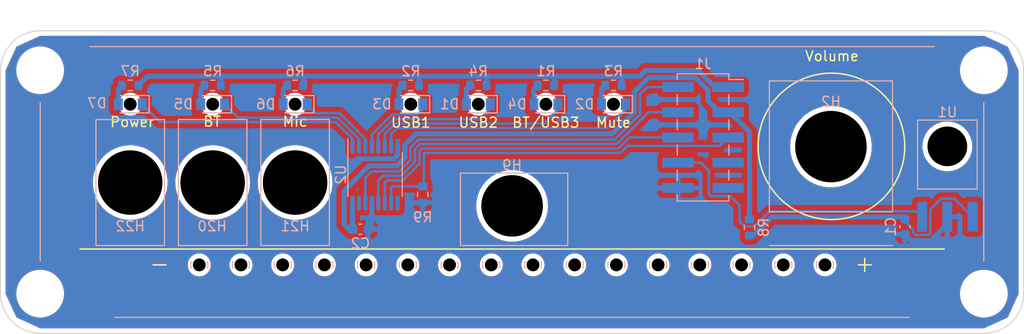
<source format=kicad_pcb>
(kicad_pcb (version 20201116) (generator pcbnew)

  (general
    (thickness 1.6)
  )

  (paper "A4")
  (layers
    (0 "F.Cu" signal)
    (31 "B.Cu" signal)
    (32 "B.Adhes" user "B.Adhesive")
    (33 "F.Adhes" user "F.Adhesive")
    (34 "B.Paste" user)
    (35 "F.Paste" user)
    (36 "B.SilkS" user "B.Silkscreen")
    (37 "F.SilkS" user "F.Silkscreen")
    (38 "B.Mask" user)
    (39 "F.Mask" user)
    (40 "Dwgs.User" user "User.Drawings")
    (41 "Cmts.User" user "User.Comments")
    (42 "Eco1.User" user "User.Eco1")
    (43 "Eco2.User" user "User.Eco2")
    (44 "Edge.Cuts" user)
    (45 "Margin" user)
    (46 "B.CrtYd" user "B.Courtyard")
    (47 "F.CrtYd" user "F.Courtyard")
    (48 "B.Fab" user)
    (49 "F.Fab" user)
    (50 "User.1" user)
    (51 "User.2" user)
    (52 "User.3" user)
    (53 "User.4" user)
    (54 "User.5" user)
    (55 "User.6" user)
    (56 "User.7" user)
    (57 "User.8" user)
    (58 "User.9" user)
  )

  (setup
    (stackup
      (layer "F.SilkS" (type "Top Silk Screen"))
      (layer "F.Paste" (type "Top Solder Paste"))
      (layer "F.Mask" (type "Top Solder Mask") (color "Green") (thickness 0.01))
      (layer "F.Cu" (type "copper") (thickness 0.035))
      (layer "dielectric 1" (type "core") (thickness 1.51) (material "FR4") (epsilon_r 4.5) (loss_tangent 0.02))
      (layer "B.Cu" (type "copper") (thickness 0.035))
      (layer "B.Mask" (type "Bottom Solder Mask") (color "Green") (thickness 0.01))
      (layer "B.Paste" (type "Bottom Solder Paste"))
      (layer "B.SilkS" (type "Bottom Silk Screen"))
      (copper_finish "None")
      (dielectric_constraints no)
    )
    (pcbplotparams
      (layerselection 0x00010fc_ffffffff)
      (disableapertmacros false)
      (usegerberextensions false)
      (usegerberattributes true)
      (usegerberadvancedattributes true)
      (creategerberjobfile true)
      (svguseinch false)
      (svgprecision 6)
      (excludeedgelayer true)
      (plotframeref false)
      (viasonmask false)
      (mode 1)
      (useauxorigin false)
      (hpglpennumber 1)
      (hpglpenspeed 20)
      (hpglpendiameter 15.000000)
      (psnegative false)
      (psa4output false)
      (plotreference true)
      (plotvalue true)
      (plotinvisibletext false)
      (sketchpadsonfab false)
      (subtractmaskfromsilk false)
      (outputformat 1)
      (mirror false)
      (drillshape 1)
      (scaleselection 1)
      (outputdirectory "")
    )
  )


  (net 0 "")
  (net 1 "GND")
  (net 2 "/RCLK")
  (net 3 "/~RST")
  (net 4 "/SCLK")
  (net 5 "+3V3")
  (net 6 "/MOSI")
  (net 7 "+5V")
  (net 8 "Net-(J1-Pad9)")
  (net 9 "Net-(J1-Pad7)")
  (net 10 "Net-(U1-Pad9)")
  (net 11 "Net-(C2-Pad1)")
  (net 12 "Net-(R2-Pad2)")
  (net 13 "Net-(U1-Pad1)")
  (net 14 "Net-(R4-Pad2)")
  (net 15 "Net-(U1-Pad4)")
  (net 16 "Net-(R5-Pad2)")
  (net 17 "Net-(D1-Pad1)")
  (net 18 "Net-(U1-Pad6)")
  (net 19 "Net-(D2-Pad2)")
  (net 20 "Net-(U1-Pad2)")
  (net 21 "Net-(R24-Pad2)")
  (net 22 "Net-(D2-Pad1)")
  (net 23 "/IR")
  (net 24 "Net-(D4-Pad1)")
  (net 25 "Net-(D22-Pad2)")
  (net 26 "Net-(D5-Pad2)")
  (net 27 "Net-(U1-Pad15)")

  (footprint "FrontPanel-Footprints:PanelCutout_LED_0603_1608Metric_SideView_Inolux" (layer "B.Cu") (at 95.2 79.6 180))

  (footprint "Resistor_SMD:R_0603_1608Metric" (layer "B.Cu") (at 91.3 61.5 180))

  (footprint "FrontPanel-Footprints:PanelCutout_LED_0603_1608Metric_SideView_Inolux" (layer "B.Cu") (at 133 79.6 180))

  (footprint "Resistor_SMD:R_0603_1608Metric" (layer "B.Cu") (at 111.7 61.5 180))

  (footprint "FrontPanel-Footprints:PanelCutout_LED_0603_1608Metric_SideView_Inolux" (layer "B.Cu") (at 91 79.6 180))

  (footprint "FrontPanel-Footprints:LED_0805_2012Metric_ReverseMount" (layer "B.Cu") (at 63.05 63.4 180))

  (footprint "FrontPanel-Footprints:PanelCutout_LED_0603_1608Metric_SideView_Inolux" (layer "B.Cu") (at 107.8 79.6 180))

  (footprint "FrontPanel-Footprints:PanelCutout_LED_0603_1608Metric_SideView_Inolux" (layer "B.Cu") (at 112 79.6 180))

  (footprint "Capacitor_SMD:C_0603_1608Metric" (layer "B.Cu") (at 141.05 75.75 -90))

  (footprint "FrontPanel-Footprints:LED_0805_2012Metric_ReverseMount" (layer "B.Cu") (at 98.1 63.4 180))

  (footprint "FrontPanel-Footprints:PanelCutout_LED_0603_1608Metric_SideView_Inolux" (layer "B.Cu") (at 82.6 79.6 180))

  (footprint "FrontPanel-Footprints:PanelCutout_Jack_3.5mm_CUI_SJ-435107" (layer "B.Cu") (at 101.5 73.65 180))

  (footprint "Resistor_SMD:R_0603_1608Metric" (layer "B.Cu") (at 63.05 61.5 180))

  (footprint "Resistor_SMD:R_0603_1608Metric" (layer "B.Cu") (at 125.4 75.825 90))

  (footprint "FrontPanel-Footprints:PanelCutout_RotaryEncoder_TT_EN12-V_Knob16mm" (layer "B.Cu") (at 133.6 67.65 180))

  (footprint "FrontPanel-Footprints:PanelCutout_LED_0603_1608Metric_SideView_Inolux" (layer "B.Cu") (at 86.8 79.6 180))

  (footprint "FrontPanel-Footprints:LED_0805_2012Metric_ReverseMount" (layer "B.Cu") (at 111.7 63.4 180))

  (footprint "FrontPanel-Footprints:LED_0805_2012Metric_ReverseMount" (layer "B.Cu") (at 79.65 63.4 180))

  (footprint "FrontPanel-Footprints:PanelCutout_SW_E-Switch_100SP-M7" (layer "B.Cu") (at 71.35 71.3 180))

  (footprint "FrontPanel-Footprints:PanelCutout_LED_0603_1608Metric_SideView_Inolux" (layer "B.Cu") (at 124.6 79.6 180))

  (footprint "FrontPanel-Footprints:EnclosureEndPlate_1455L1601" (layer "B.Cu") (at 101.49 71.24 180))

  (footprint "Package_SO:TSSOP-16_4.4x5mm_P0.65mm" (layer "B.Cu") (at 87.7 70.5 -90))

  (footprint "FrontPanel-Footprints:PanelCutout_LED_0603_1608Metric_SideView_Inolux" (layer "B.Cu") (at 78.4 79.6 180))

  (footprint "Capacitor_SMD:C_0603_1608Metric" (layer "B.Cu") (at 86.225 76))

  (footprint "FrontPanel-Footprints:PanelCutout_LED_0603_1608Metric_SideView_Inolux" (layer "B.Cu") (at 116.2 79.6 180))

  (footprint "FrontPanel-Footprints:Vishay_Mold_Reverse" (layer "B.Cu") (at 145.32 67.65 180))

  (footprint "FrontPanel-Footprints:PanelCutout_LED_0603_1608Metric_SideView_Inolux" (layer "B.Cu") (at 128.8 79.6 180))

  (footprint "Resistor_SMD:R_0603_1608Metric" (layer "B.Cu") (at 71.35 61.5 180))

  (footprint "FrontPanel-Footprints:PanelCutout_LED_0603_1608Metric_SideView_Inolux" (layer "B.Cu") (at 74.2 79.6 180))

  (footprint "FrontPanel-Footprints:PanelCutout_LED_0603_1608Metric_SideView_Inolux" (layer "B.Cu") (at 70 79.6 180))

  (footprint "Resistor_SMD:R_0603_1608Metric" (layer "B.Cu") (at 104.9 61.5 180))

  (footprint "FrontPanel-Footprints:PanelCutout_LED_0603_1608Metric_SideView_Inolux" (layer "B.Cu") (at 103.6 79.6 180))

  (footprint "FrontPanel-Footprints:PanelCutout_SW_E-Switch_100SP-M7" (layer "B.Cu") (at 63.05 71.3 180))

  (footprint "FrontPanel-Footprints:LED_0805_2012Metric_ReverseMount" (layer "B.Cu") (at 91.3 63.4 180))

  (footprint "Resistor_SMD:R_0603_1608Metric" (layer "B.Cu") (at 98.1 61.5 180))

  (footprint "Connector_PinHeader_2.54mm:PinHeader_2x05_P2.54mm_Vertical_SMD" (layer "B.Cu") (at 120.725 66.75 180))

  (footprint "FrontPanel-Footprints:PanelCutout_LED_0603_1608Metric_SideView_Inolux" (layer "B.Cu") (at 99.4 79.6 180))

  (footprint "FrontPanel-Footprints:PanelCutout_LED_0603_1608Metric_SideView_Inolux" (layer "B.Cu") (at 120.4 79.6 180))

  (footprint "FrontPanel-Footprints:LED_0805_2012Metric_ReverseMount" (layer "B.Cu") (at 71.35 63.4 180))

  (footprint "Resistor_SMD:R_0603_1608Metric" (layer "B.Cu") (at 92.5 72.5 -90))

  (footprint "Resistor_SMD:R_0603_1608Metric" (layer "B.Cu") (at 79.65 61.5 180))

  (footprint "FrontPanel-Footprints:LED_0805_2012Metric_ReverseMount" (layer "B.Cu") (at 104.9 63.4 180))

  (footprint "FrontPanel-Footprints:PanelCutout_SW_E-Switch_100SP-M7" (layer "B.Cu") (at 79.65 71.3 180))

  (gr_line (start 137 78.95) (end 137 80.25) (layer "F.SilkS") (width 0.15) (tstamp 142e30e6-20ba-4dc5-9856-2d93af754b3b))
  (gr_line (start 65.35 79.6) (end 66.65 79.6) (layer "F.SilkS") (width 0.15) (tstamp 84bc94d9-38a4-44b2-a148-7baa93473f92))
  (gr_line (start 136.35 79.6) (end 137.65 79.6) (layer "F.SilkS") (width 0.15) (tstamp b9218e0c-6a04-4e94-9daa-235c314dfa3f))
  (gr_circle (center 133.65 67.65) (end 137.15 74.15) (layer "F.SilkS") (width 0.15) (fill none) (tstamp debfba34-a5d8-428f-9c13-a2ed1e64c6e8))
  (gr_line (start 58 78) (end 145 78) (layer "F.SilkS") (width 0.15) (tstamp fa62345e-5cd2-4c3b-ac45-96ba68d26055))
  (gr_line (start 149 86.5) (end 54 86.5) (layer "Edge.Cuts") (width 0.1) (tstamp 0be607ba-b4c9-4308-b088-f0abd6ba12e9))
  (gr_line (start 153 60) (end 153 82.5) (layer "Edge.Cuts") (width 0.1) (tstamp 1e7cdcd4-a515-4944-acc4-7d8af53943b0))
  (gr_arc (start 54 82.5) (end 50 82.5) (angle -90) (layer "Edge.Cuts") (width 0.1) (tstamp 5ea1ef0d-e39a-43ac-b024-34d843df6d8d))
  (gr_line (start 54 56) (end 149 56) (layer "Edge.Cuts") (width 0.1) (tstamp d52adef0-12e8-4d9d-8b9c-9fd6881e8b1a))
  (gr_arc (start 54 60) (end 54 56) (angle -90) (layer "Edge.Cuts") (width 0.1) (tstamp dd9bb5b3-048c-4d57-9f7b-8fe6f17433d3))
  (gr_line (start 50 82.5) (end 50 60) (layer "Edge.Cuts") (width 0.1) (tstamp deb7c161-c22c-42d2-81e6-e29d9117dae1))
  (gr_arc (start 149 82.5) (end 149 86.5) (angle -90) (layer "Edge.Cuts") (width 0.1) (tstamp e4498136-8694-410e-91de-ae124c897cd0))
  (gr_arc (start 149 60) (end 153 60) (angle -90) (layer "Edge.Cuts") (width 0.1) (tstamp f929e16e-971e-4547-a031-2173209074d2))
  (gr_rect (start 123.75 58) (end 117.75 75.5) (layer "B.Fab") (width 0.1) (fill none) (tstamp 600d65cf-9eca-4da9-aa78-34edba59b33a))
  (gr_line (start 51.5 77.65) (end 51.5 79.25) (layer "F.Fab") (width 0.1) (tstamp 4606a6cf-7033-439b-8d43-9590d3ffcbb2))
  (gr_line (start 151.5 77.65) (end 151.5 79.25) (layer "F.Fab") (width 0.1) (tstamp 82337f0e-024a-4c7f-bf1b-419dde08c245))
  (gr_line (start 151.5 79.25) (end 51.5 79.25) (layer "F.Fab") (width 0.1) (tstamp c49c3998-89c1-41c3-b06f-92f64c8d0920))
  (gr_line (start 51.5 77.65) (end 151.5 77.65) (layer "F.Fab") (width 0.1) (tstamp faa98f8b-3498-4693-9eec-78e7a1bd9e00))
  (gr_text "BT" (at 71.3 65.15) (layer "F.SilkS") (tstamp 165ba18c-d30f-4cee-8842-e3bfac676fb0)
    (effects (font (size 1 1) (thickness 0.15)))
  )
  (gr_text "USB2" (at 98.1 65.25) (layer "F.SilkS") (tstamp 416bd28d-df5b-42da-ade2-7bfe9df7c4cc)
    (effects (font (size 1 1) (thickness 0.15)))
  )
  (gr_text "Mute" (at 111.7 65.25) (layer "F.SilkS") (tstamp 45128dba-393f-407e-9e36-bfff3c62f4e1)
    (effects (font (size 1 1) (thickness 0.15)))
  )
  (gr_text "Mic" (at 79.65 65.15) (layer "F.SilkS") (tstamp 60c129e4-f2e8-411d-9d88-3a47fae6b254)
    (effects (font (size 1 1) (thickness 0.15)))
  )
  (gr_text "Power" (at 63.25 65.2) (layer "F.SilkS") (tstamp 7e0b59e4-70f9-4878-997e-bf81ed61f54a)
    (effects (font (size 1 1) (thickness 0.15)))
  )
  (gr_text "USB1" (at 91.3 65.25) (layer "F.SilkS") (tstamp 95b4ec66-fe74-49e0-9f0a-cce2ffd9802d)
    (effects (font (size 1 1) (thickness 0.15)))
  )
  (gr_text "Volume" (at 133.7 58.55) (layer "F.SilkS") (tstamp b2c72963-7995-42d7-b293-849f855bd1a3)
    (effects (font (size 1 1) (thickness 0.15)))
  )
  (gr_text "BT/USB3" (at 104.9 65.25) (layer "F.SilkS") (tstamp f0652bd1-86dc-402d-950e-5196eab8f72c)
    (effects (font (size 1 1) (thickness 0.15)))
  )

  (segment (start 141.67502 77.15002) (end 141.05 76.525) (width 0.5) (layer "B.Cu") (net 1) (tstamp 23550218-6e20-462c-b4ef-bff82c176fd7))
  (segment (start 145.32 75.48282) (end 143.6528 77.15002) (width 0.5) (layer "B.Cu") (net 1) (tstamp 42ade8c2-85aa-4f56-bba9-93cd2f5544d1))
  (segment (start 87.375 75.625) (end 87 76) (width 0.5) (layer "B.Cu") (net 1) (tstamp 55fd0dc5-db3f-48bd-b055-c248a6418ac4))
  (segment (start 89.975 67.6375) (end 89.975 68.525) (width 0.5) (layer "B.Cu") (net 1) (tstamp 6719b018-86db-4651-91c9-ad17a6ca955f))
  (segment (start 87.375 75.625) (end 87.375 73.3625) (width 0.5) (layer "B.Cu") (net 1) (tstamp 7455dbbb-5b79-4d18-a60e-8a21cd90194c))
  (segment (start 89.975 68.525) (end 89.6 68.9) (width 0.5) (layer "B.Cu") (net 1) (tstamp 7c97098a-0809-40b3-88d7-8d7f162ad548))
  (segment (start 145.32 74.75) (end 145.32 75.48282) (width 0.5) (layer "B.Cu") (net 1) (tstamp 8904dd9f-672a-426e-92a2-bd1df1aec8a7))
  (segment (start 89.6 68.9) (end 85.9 68.9) (width 0.5) (layer "B.Cu") (net 1) (tstamp bb2eccaa-4b89-4dd2-bb10-c5b6973869b9))
  (segment (start 143.6528 77.15002) (end 141.67502 77.15002) (width 0.5) (layer "B.Cu") (net 1) (tstamp bb47c999-ebd4-4d23-b785-99d185a154ae))
  (segment (start 92.239566 67.41003) (end 93.1674 67.41003) (width 0.25) (layer "B.Cu") (net 2) (tstamp 1bfe0ab3-eacb-4815-84f6-88d0a74d1dae))
  (segment (start 88.025 73.3625) (end 88.025 71.10003) (width 0.25) (layer "B.Cu") (net 2) (tstamp 2d1addac-b7fd-49a8-8a7a-11bea0ff3076))
  (segment (start 88.025 71.10003) (end 88.5 70.62503) (width 0.25) (layer "B.Cu") (net 2) (tstamp 49c52a04-aa05-42bc-9b61-001c7aa25d88))
  (segment (start 93.1674 67.41003) (end 112.025979 67.410029) (width 0.25) (layer "B.Cu") (net 2) (tstamp 786f3e1c-7471-4dad-a423-01c036c6d021))
  (segment (start 90.31453 70.625029) (end 91.714983 69.224576) (width 0.25) (layer "B.Cu") (net 2) (tstamp 7cb0c220-84a1-42bd-87d2-179877f858c1))
  (segment (start 91.714983 69.224576) (end 91.714983 67.934613) (width 0.25) (layer "B.Cu") (net 2) (tstamp 931ca516-76c6-4eb8-b0c5-b1883a6aee15))
  (segment (start 88.5 70.62503) (end 90.31453 70.625029) (width 0.25) (layer "B.Cu") (net 2) (tstamp bb7b122a-6a76-4289-96b7-20d7157eae0a))
  (segment (start 112.025979 67.410029) (end 115.226008 64.21) (width 0.25) (layer "B.Cu") (net 2) (tstamp c9a36017-cd4c-42a5-a6f8-a774a2bd9808))
  (segment (start 91.714983 67.934613) (end 92.239566 67.41003) (width 0.25) (layer "B.Cu") (net 2) (tstamp eb4076fd-4f20-487a-b69f-e7d0de0c373b))
  (segment (start 115.226008 64.21) (end 118.2 64.21) (width 0.25) (layer "B.Cu") (net 2) (tstamp f81c4b3f-63b8-44d3-a62f-a2fd0c2ca185))
  (segment (start 92.615001 71.559999) (end 92.615001 68.384999) (width 0.25) (layer "B.Cu") (net 3) (tstamp 06c1e5e2-2f33-4fb4-91e6-c0adddacb9a0))
  (segment (start 93.53024 68.32001) (end 112.396401 68.320009) (width 0.25) (layer "B.Cu") (net 3) (tstamp 20877255-6559-4b04-874b-52a406ae8cfd))
  (segment (start 92.699909 68.320009) (end 92.679991 68.320009) (width 0.25) (layer "B.Cu") (net 3) (tstamp 3210754b-9e36-44aa-867c-68b85e26c79e))
  (segment (start 92.5 71.675) (end 92.615001 71.559999) (width 0.25) (layer "B.Cu") (net 3) (tstamp 365c6e3b-f9e7-418a-8530-af09e14cb145))
  (segment (start 89.325 71.775) (end 89.425 71.675) (width 0.25) (layer "B.Cu") (net 3) (tstamp 3ac54a47-fea6-485a-a1cd-413fb81c0967))
  (segment (start 89.425 71.675) (end 92.5 71.675) (width 0.25) (layer "B.Cu") (net 3) (tstamp 4d07d748-4a77-4a8e-bb24-80b0fcfd2703))
  (segment (start 92.679991 68.320009) (end 92.615001 68.384999) (width 0.25) (layer "B.Cu") (net 3) (tstamp 7c54e2a2-cd4c-433b-912d-9a89890117ff))
  (segment (start 112.396401 68.320009) (end 113.11641 67.6) (width 0.25) (layer "B.Cu") (net 3) (tstamp 9ece07cb-8dfd-4f18-b700-fd8ec069efec))
  (segment (start 89.325 73.3625) (end 89.325 71.82501) (width 0.25) (layer "B.Cu") (net 3) (tstamp a90f8c85-e979-4524-a38d-889d8e26a253))
  (segment (start 89.325 71.82501) (end 89.325 71.775) (width 0.25) (layer "B.Cu") (net 3) (tstamp cb8d8362-64df-4f10-a64a-774f345dfee4))
  (segment (start 92.699909 68.320009) (end 93.53024 68.320009) (width 0.25) (layer "B.Cu") (net 3) (tstamp d838c9a5-3685-4c28-8386-5d6ae8886f36))
  (segment (start 113.11641 67.6) (end 122.4 67.6) (width 0.25) (layer "B.Cu") (net 3) (tstamp e9fa03b7-43ec-43ad-9211-457737724cc9))
  (segment (start 122.4 67.6) (end 123.25 66.75) (width 0.25) (layer "B.Cu") (net 3) (tstamp fcd9cee7-20b4-4c83-86c1-ab3812807d9b))
  (segment (start 88.675 71.325) (end 88.675 73.3625) (width 0.25) (layer "B.Cu") (net 4) (tstamp 06a42af6-7448-4aed-b67c-186e070a4fa9))
  (segment (start 93.34384 67.87) (end 112.21 67.87) (width 0.25) (layer "B.Cu") (net 4) (tstamp 259a681b-d704-4fe3-9817-2fb9ba08026d))
  (segment (start 92.164993 68.121013) (end 92.164992 69.410977) (width 0.25) (layer "B.Cu") (net 4) (tstamp 25ec785f-5688-4535-b657-bb12180d0593))
  (segment (start 112.21 67.87) (end 113.33 66.75) (width 0.25) (layer "B.Cu") (net 4) (tstamp 39193198-ed96-4989-90fa-5bf0338ebfe4))
  (segment (start 93.33388 67.86004) (end 92.425966 67.86004) (width 0.25) (layer "B.Cu") (net 4) (tstamp 471b251d-1e34-4132-92bb-dbbbee2a87a7))
  (segment (start 92.425966 67.86004) (end 92.164993 68.121013) (width 0.25) (layer "B.Cu") (net 4) (tstamp 52a966db-952c-4528-9f9c-b9a5d476ddc8))
  (segment (start 113.33 66.75) (end 118.2 66.75) (width 0.25) (layer "B.Cu") (net 4) (tstamp 61cad71c-a4c5-4fcc-a729-2c1e2328504f))
  (segment (start 88.9 71.1) (end 88.675 71.325) (width 0.25) (layer "B.Cu") (net 4) (tstamp 63ffbec5-8e8e-4dae-bae9-d83192254bc4))
  (segment (start 90.475969 71.1) (end 88.9 71.1) (width 0.25) (layer "B.Cu") (net 4) (tstamp 867f02a7-d08f-4050-a23e-ce8f8ff6c2d6))
  (segment (start 92.164992 69.410977) (end 90.475969 71.1) (width 0.25) (layer "B.Cu") (net 4) (tstamp ba75f684-a3e8-4746-bc72-d6bfb59d78ef))
  (segment (start 93.34384 67.87) (end 93.33388 67.86004) (width 0.25) (layer "B.Cu") (net 4) (tstamp c4ff584e-7d2a-4bf3-a279-f7c9f42f8a4e))
  (segment (start 85.45 76) (end 85.07 76) (width 0.5) (layer "B.Cu") (net 5) (tstamp 207ee7e4-e768-4e1e-8fbd-4cdf5e08bb6b))
  (segment (start 121.22499 63.04499) (end 122.39 64.21) (width 0.5) (layer "B.Cu") (net 5) (tstamp 25f7dbd5-137c-4460-b15b-fe23f8574c41))
  (segment (start 113.80001 62.17001) (end 115.25003 60.71999) (width 0.5) (layer "B.Cu") (net 5) (tstamp 31364336-d300-41f3-a44e-6b6326e7892f))
  (segment (start 85.45 76) (end 85.425 75.975) (width 0.5) (layer "B.Cu") (net 5) (tstamp 33a833ff-0f42-474d-968b-ad2486b88939))
  (segment (start 111.601402 66.38501) (end 113.80001 64.186402) (width 0.5) (layer "B.Cu") (net 5) (tstamp 39c615c8-1f43-4cc1-b4be-74b319021177))
  (segment (start 90.689963 67.510037) (end 91.81499 66.38501) (width 0.5) (layer "B.Cu") (net 5) (tstamp 526f054d-1250-4a5f-89b3-b39aa2fe000a))
  (segment (start 91.81499 66.38501) (end 92.73 66.38501) (width 0.5) (layer "B.Cu") (net 5) (tstamp 58e9155d-a2a3-40bf-8456-9cd9afe4a0e6))
  (segment (start 90.689963 68.8) (end 90.689963 67.510037) (width 0.5) (layer "B.Cu") (net 5) (tstamp 7df4abf1-d5bf-44f6-bc13-49017b2b2ef2))
  (segment (start 119.961402 60.71999) (end 121.22499 61.983578) (width 0.5) (layer "B.Cu") (net 5) (tstamp 83cd1aef-9c2d-45cb-85cf-5a0a63786d51))
  (segment (start 89.889953 69.60001) (end 90.689963 68.8) (width 0.5) (layer "B.Cu") (net 5) (tstamp 85aa6d6f-12fe-48ea-ba63-8464f3128215))
  (segment (start 85.07 76) (end 84.58 75.51) (width 0.5) (layer "B.Cu") (net 5) (tstamp 8c2e47bf-b00d-4b5f-ae20-5bca2167a5a2))
  (segment (start 125.4 75) (end 125.4 66.188588) (width 0.5) (layer "B.Cu") (net 5) (tstamp 9199b422-1be0-4754-a2c2-783a2647223b))
  (segment (start 85.425 75.975) (end 85.425 73.3625) (width 0.5) (layer "B.Cu") (net 5) (tstamp 921f6fce-1596-4daa-ba6d-3aef774cda43))
  (segment (start 115.25003 60.71999) (end 119.961402 60.71999) (width 0.5) (layer "B.Cu") (net 5) (tstamp 9b467e8e-3417-43cd-bbbd-745df7f1c734))
  (segment (start 113.80001 64.186402) (end 113.80001 62.17001) (width 0.5) (layer "B.Cu") (net 5) (tstamp 9dc51cf5-20b2-4346-9118-f787b896fedc))
  (segment (start 125.4 66.188588) (end 123.421412 64.21) (width 0.5) (layer "B.Cu") (net 5) (tstamp a75b2ca3-0836-42c9-b377-f45d81e673a3))
  (segment (start 123.421412 64.21) (end 123.25 64.21) (width 0.5) (layer "B.Cu") (net 5) (tstamp af6a0f31-820c-45ce-b91a-e5ef6aa78eac))
  (segment (start 84.58 75.51) (end 84.58 72.12001) (width 0.5) (layer "B.Cu") (net 5) (tstamp b5ee901c-9e56-4d8e-b4f5-e4bdb052f588))
  (segment (start 111.318176 66.38501) (end 111.601402 66.38501) (width 0.5) (layer "B.Cu") (net 5) (tstamp b7111e95-50c6-42c7-950b-8a143281097a))
  (segment (start 87.1 69.60001) (end 89.889953 69.60001) (width 0.5) (layer "B.Cu") (net 5) (tstamp ca7ed908-5129-4a5a-aa0a-b59b03b58fdf))
  (segment (start 84.58 72.12001) (end 87.1 69.60001) (width 0.5) (layer "B.Cu") (net 5) (tstamp e1161303-6385-4d68-aa53-7ec18953a2cd))
  (segment (start 121.22499 61.983578) (end 121.22499 63.04499) (width 0.5) (layer "B.Cu") (net 5) (tstamp e2eca4d0-adc7-43fb-90dc-871fa0619aa7))
  (segment (start 122.39 64.21) (end 123.25 64.21) (width 0.5) (layer "B.Cu") (net 5) (tstamp e418c2a5-5aec-4c20-834b-dbe728f72f44))
  (segment (start 92.73 66.38501) (end 111.318176 66.38501) (width 0.5) (layer "B.Cu") (net 5) (tstamp fac4c6ff-a9b1-4d3b-a0b7-02028de0bf82))
  (segment (start 86.725 70.788196) (end 86.725 73.3625) (width 0.25) (layer "B.Cu") (net 6) (tstamp 25e3006d-8ed3-430b-9b46-0f6829412638))
  (segment (start 92.981 66.96002) (end 92.053166 66.96002) (width 0.25) (layer "B.Cu") (net 6) (tstamp 39e121ea-730f-4bbb-8b42-fda08e3d209d))
  (segment (start 118.2 61.67) (end 115.113206 61.67) (width 0.25) (layer "B.Cu") (net 6) (tstamp 44a75f4f-ab9f-46a6-b6c2-e8aef9687c87))
  (segment (start 90.128129 70.17502) (end 87.338176 70.17502) (width 0.25) (layer "B.Cu") (net 6) (tstamp 47abd822-cda2-4922-ac00-6ebdbad2c768))
  (segment (start 92.053166 66.96002) (end 91.264973 67.748213) (width 0.25) (layer "B.Cu") (net 6) (tstamp aa1f6f1d-dd5b-42df-ba79-cc6b4193065a))
  (segment (start 115.113206 61.67) (end 114.37502 62.408186) (width 0.25) (layer "B.Cu") (net 6) (tstamp d43147dc-1ab8-464b-ad23-de238cbb37ed))
  (segment (start 87.338176 70.17502) (end 86.725 70.788196) (width 0.25) (layer "B.Cu") (net 6) (tstamp da741e72-2c98-4a4f-83e9-273fc1c2fce9))
  (segment (start 91.264973 69.038176) (end 90.128129 70.17502) (width 0.25) (layer "B.Cu") (net 6) (tstamp dae9d1f5-8107-4d5b-8756-d4f6f20ee257))
  (segment (start 114.37502 62.408186) (end 114.37502 64.424578) (width 0.25) (layer "B.Cu") (net 6) (tstamp ebf78ac9-cb9b-451c-be53-83f8f14232c0))
  (segment (start 111.839578 66.96002) (end 92.981 66.96002) (width 0.25) (layer "B.Cu") (net 6) (tstamp f0723a55-aad4-4f04-a02a-67a5f330bb6e))
  (segment (start 91.264973 67.748213) (end 91.264973 69.038176) (width 0.25) (layer "B.Cu") (net 6) (tstamp fbbdeed3-f9fc-4b06-8704-1bd1b2344a01))
  (segment (start 114.37502 64.424578) (end 111.839578 66.96002) (width 0.25) (layer "B.Cu") (net 6) (tstamp fc03099c-9967-40e7-8c56-c552fe37f266))
  (segment (start 92.125 60.675) (end 92.22501 60.57499) (width 0.5) (layer "B.Cu") (net 7) (tstamp 0108256f-4183-45c2-bb50-0b2205980019))
  (segment (start 80.475 61.5) (end 80.475 60.725) (width 0.5) (layer "B.Cu") (net 7) (tstamp 27f870b4-76af-4dac-9450-38e0e7b4e3ed))
  (segment (start 121.901374 61.67) (end 123.25 61.67) (width 0.5) (layer "B.Cu") (net 7) (tstamp 29d08236-6d68-4b61-825d-2ee0658b9eaf))
  (segment (start 120.241374 60.01) (end 121.901374 61.67) (width 0.5) (layer "B.Cu") (net 7) (tstamp 2f0a5249-adbf-4d78-9e08-5a26be8c6035))
  (segment (start 105.725 60.675) (end 105.62499 60.57499) (width 0.5) (layer "B.Cu") (net 7) (tstamp 30322504-66ab-4d9e-8f4b-4efbe19b4487))
  (segment (start 112.52499 60.57499) (end 105.62499 60.57499) (width 0.5) (layer "B.Cu") (net 7) (tstamp 3419106c-54cb-461d-a34b-d4177c796a17))
  (segment (start 72.175 61.5) (end 72.175 60.575) (width 0.5) (layer "B.Cu") (net 7) (tstamp 41f23f42-4ffc-4e28-8173-59adc1f2bf4c))
  (segment (start 72.175 60.575) (end 72.17499 60.57499) (width 0.5) (layer "B.Cu") (net 7) (tstamp 4e4b9f83-74f4-4c90-b34f-ac033df96852))
  (segment (start 92.125 61.5) (end 92.125 60.675) (width 0.5) (layer "B.Cu") (net 7) (tstamp 54f52c37-dbec-470a-bbb1-5065dbf5f73d))
  (segment (start 112.525 60.575) (end 112.52499 60.57499) (width 0.5) (layer "B.Cu") (net 7) (tstamp 579890ce-3d87-4b4a-bb79-f90ed718a24e))
  (segment (start 114.37499 60.57499) (end 114.93998 60.01) (width 0.5) (layer "B.Cu") (net 7) (tstamp 6a2027b3-c249-4597-91a2-7bcb24bea563))
  (segment (start 114.93998 60.01) (end 120.241374 60.01) (width 0.5) (layer "B.Cu") (net 7) (tstamp 6f3d69aa-1c26-4aea-a068-14828fef1a9e))
  (segment (start 92.22501 60.57499) (end 80.62501 60.57499) (width 0.5) (layer "B.Cu") (net 7) (tstamp 8b89d653-4e4e-45bc-b57b-cf3043cd241a))
  (segment (start 99.02501 60.57499) (end 92.22501 60.57499) (width 0.5) (layer "B.Cu") (net 7) (tstamp 8f9551c7-600a-4936-8778-315b5cc136cf))
  (segment (start 105.725 61.5) (end 105.725 60.675) (width 0.5) (layer "B.Cu") (net 7) (tstamp 9bce82fe-a911-495a-983d-6bf3b28a5916))
  (segment (start 80.62501 60.57499) (end 72.17499 60.57499) (width 0.5) (layer "B.Cu") (net 7) (tstamp a6961d09-0a61-4cab-a22f-bfeb0b03812a))
  (segment (start 98.925 61.5) (end 98.925 60.675) (width 0.5) (layer "B.Cu") (net 7) (tstamp a97ce915-d82a-4f66-9c6f-644e4dc081e0))
  (segment (start 72.17499 60.57499) (end 64.80001 60.57499) (width 0.5) (layer "B.Cu") (net 7) (tstamp c74ba7e0-7dd2-425b-a217-1b3eb51e20ff))
  (segment (start 105.62499 60.57499) (end 99.02501 60.57499) (width 0.5) (layer "B.Cu") (net 7) (tstamp c8c1789f-ea7a-4ae6-afea-e9ccfe0cf47e))
  (segment (start 112.52499 60.57499) (end 114.37499 60.57499) (width 0.5) (layer "B.Cu") (net 7) (tstamp cd44e065-27c5-47f4-b596-f94235ba2faf))
  (segment (start 80.475 60.725) (end 80.62501 60.57499) (width 0.5) (layer "B.Cu") (net 7) (tstamp df301214-f617-4e4f-9930-ef852319dc02))
  (segment (start 112.525 61.5) (end 112.525 60.575) (width 0.5) (layer "B.Cu") (net 7) (tstamp e08cd313-ddda-4ecc-be00-513a207bba63))
  (segment (start 98.925 60.675) (end 99.02501 60.57499) (width 0.5) (layer "B.Cu") (net 7) (tstamp e7c37f06-54fe-43e5-91e8-042391e246ea))
  (segment (start 64.80001 60.57499) (end 63.875 61.5) (width 0.5) (layer "B.Cu") (net 7) (tstamp f3e170fd-386c-4c3f-88f1-75f266a3f41c))
  (segment (start 144.685376 72.92499) (end 143.60501 74.005356) (width 0.25) (layer "B.Cu") (net 11) (tstamp 02a7fe40-1fea-4435-9522-05fe1f64cc3a))
  (segment (start 146.03499 72.92499) (end 144.685376 72.92499) (width 0.25) (layer "B.Cu") (net 11) (tstamp 1cb16260-e5da-4458-9c17-cb5b7ed26797))
  (segment (start 141.37 75.55) (end 141.37 75.295) (width 0.25) (layer "B.Cu") (net 11) (tstamp 20141b0b-2d52-4cb3-90bb-fa4eeddce02b))
  (segment (start 127.655664 74.775) (end 140.85 74.775) (width 0.5) (layer "B.Cu") (net 11) (tstamp 2b1c3e80-ea93-47ae-a55d-2b701ad540e1))
  (segment (start 125.4 76.65) (end 125.780664 76.65) (width 0.5) (layer "B.Cu") (net 11) (tstamp 4de4e359-2a99-48bc-863e-8b60afbfca68))
  (segment (start 142.14501 76.57501) (end 142.12501 76.57501) (width 0.25) (layer "B.Cu") (net 11) (tstamp 53cdbd32-deea-4d57-a5d1-f80c666e79f1))
  (segment (start 142.12501 76.57501) (end 141.85001 76.30001) (width 0.25) (layer "B.Cu") (net 11) (tstamp 6098eef2-25c2-4e4a-a80f-3be3fba6dd2a))
  (segment (start 140.85 74.775) (end 141.05 74.975) (width 0.5) (layer "B.Cu") (net 11) (tstamp 7892d641-99de-463d-aa4a-36f30515257f))
  (segment (start 143.60501 76.384624) (end 143.414624 76.57501) (width 0.25) (layer "B.Cu") (net 11) (tstamp b6860328-d3f9-4552-af64-77b1a3209625))
  (segment (start 125.780664 76.65) (end 127.655664 74.775) (width 0.5) (layer "B.Cu") (net 11) (tstamp ca004eb9-43c0-41d7-9dea-a715f67d20c4))
  (segment (start 141.85001 76.03001) (end 141.37 75.55) (width 0.25) (layer "B.Cu") (net 11) (tstamp d0f02564-c290-48db-b68f-c35d464ba66a))
  (segment (start 141.37 75.295) (end 141.05 74.975) (width 0.25) (layer "B.Cu") (net 11) (tstamp d7d2fa70-c85f-4130-bc29-a9e9ce14684a))
  (segment (start 143.414624 76.57501) (end 142.14501 76.57501) (width 0.25) (layer "B.Cu") (net 11) (tstamp eb1a48e2-507a-4f71-a15e-5e254ac244d4))
  (segment (start 147.86 74.75) (end 146.03499 72.92499) (width 0.25) (layer "B.Cu") (net 11) (tstamp ebdd47ca-8451-4f65-88da-5bbe6bac020c))
  (segment (start 143.60501 74.005356) (end 143.60501 76.384624) (width 0.25) (layer "B.Cu") (net 11) (tstamp f3f999b8-4bbb-4f82-a8a3-a435c44ae2ed))
  (segment (start 141.85001 76.30001) (end 141.85001 76.03001) (width 0.25) (layer "B.Cu") (net 11) (tstamp f6123bdc-70e6-4694-b6c9-81bd4aedf58d))
  (segment (start 97.275 61.5) (end 96.9 61.875) (width 0.5) (layer "B.Cu") (net 12) (tstamp 8705e361-0c42-4a3b-929a-18aa275881d4))
  (segment (start 96.9 61.875) (end 96.9 63.4) (width 0.5) (layer "B.Cu") (net 12) (tstamp c6f1f06f-999a-475f-908c-4d39d50650bc))
  (segment (start 85.425 67.6375) (end 85.425 66.895) (width 0.25) (layer "B.Cu") (net 13) (tstamp 38fdd566-c1b5-40d7-9ba9-df1a15ac286c))
  (segment (start 85.425 66.895) (end 83.73002 65.20002) (width 0.25) (layer "B.Cu") (net 13) (tstamp 4d16fec5-f3b0-401b-b890-5f6ae6952b20))
  (segment (start 66.050019 65.200019) (end 64.25 63.4) (width 0.25) (layer "B.Cu") (net 13) (tstamp a12a23ab-8c1a-4afb-851a-0f9a21ed6376))
  (segment (start 83.73002 65.20002) (end 66.050019 65.200019) (width 0.25) (layer "B.Cu") (net 13) (tstamp e6e39b08-77d7-42a7-92bb-d6e810ef47c2))
  (segment (start 90.1 61.875) (end 90.1 63.4) (width 0.5) (layer "B.Cu") (net 14) (tstamp 096e95fb-c942-470a-8253-125b34464b52))
  (segment (start 90.475 61.5) (end 90.1 61.875) (width 0.5) (layer "B.Cu") (net 14) (tstamp 09ae6ba6-1d13-4867-b9cb-a8242c659baf))
  (segment (start 87.375 67.6375) (end 87.375 66.465384) (width 0.25) (layer "B.Cu") (net 15) (tstamp 13ef62eb-91e3-42d0-81a8-fc5edef6bf6d))
  (segment (start 91.95 64.45) (end 92.5 63.9) (width 0.25) (layer "B.Cu") (net 15) (tstamp 3bcab176-78b3-4a39-be85-a78f47375d8e))
  (segment (start 92.5 63.9) (end 92.5 63.4) (width 0.25) (layer "B.Cu") (net 15) (tstamp 610c82ab-d118-4ad8-99f9-e2d07749005e))
  (segment (start 89.390384 64.45) (end 91.95 64.45) (width 0.25) (layer "B.Cu") (net 15) (tstamp 6c4dc88d-1848-406c-a5ae-d96358e007ae))
  (segment (start 87.375 66.465384) (end 89.390384 64.45) (width 0.25) (layer "B.Cu") (net 15) (tstamp 7616b6b5-8cfe-4177-8c3e-ddb8437ca5d4))
  (segment (start 78.825 61.5) (end 78.45 61.875) (width 0.5) (layer "B.Cu") (net 16) (tstamp b61726ee-c01e-443e-9bb6-3609ac5042e2))
  (segment (start 78.45 61.875) (end 78.45 63.4) (width 0.5) (layer "B.Cu") (net 16) (tstamp f2985fed-eca0-40f5-9f79-2f68e653740e))
  (segment (start 98.25999 64.90001) (end 99.3 63.86) (width 0.25) (layer "B.Cu") (net 17) (tstamp 0984aa0c-3cfe-4868-8ea2-be4ac9c2f17d))
  (segment (start 89.576784 64.90001) (end 98.25999 64.90001) (width 0.25) (layer "B.Cu") (net 17) (tstamp 2dcfb78a-e8e7-4c93-b094-edc524cfc4fb))
  (segment (start 88.025 66.451794) (end 89.576784 64.90001) (width 0.25) (layer "B.Cu") (net 17) (tstamp 38c836a1-520d-46bb-970b-4ad9fd7352dc))
  (segment (start 99.3 63.86) (end 99.3 63.4) (width 0.25) (layer "B.Cu") (net 17) (tstamp 4c42e0cb-9e5d-4327-b609-384e2cea3179))
  (segment (start 88.025 67.6375) (end 88.025 66.451794) (width 0.25) (layer "B.Cu") (net 17) (tstamp f642a8eb-a72c-457b-b2c4-05cff8851fc7))
  (segment (start 104.729981 65.350019) (end 106.1 63.98) (width 0.25) (layer "B.Cu") (net 18) (tstamp 0635c6a1-390a-4927-963b-136ed9b7246b))
  (segment (start 88.675 66.438204) (end 89.763184 65.35002) (width 0.25) (layer "B.Cu") (net 18) (tstamp 4a35ab33-56e4-40e9-9e40-ec4bb592cbaa))
  (segment (start 89.763184 65.35002) (end 104.729981 65.350019) (width 0.25) (layer "B.Cu") (net 18) (tstamp 6e190530-edfe-479e-8377-782fc0cc0780))
  (segment (start 106.1 63.98) (end 106.1 63.4) (width 0.25) (layer "B.Cu") (net 18) (tstamp a5f9eda5-f87a-4fd6-bf15-637f333d12d4))
  (segment (start 88.675 67.6375) (end 88.675 66.438204) (width 0.25) (layer "B.Cu") (net 18) (tstamp e95bee89-2341-4854-8702-d0793e1cbf8b))
  (segment (start 110.5 61.875) (end 110.5 63.4) (width 0.5) (layer "B.Cu") (net 19) (tstamp af71f8cd-5464-4ccd-9526-945b08259495))
  (segment (start 110.875 61.5) (end 110.5 61.875) (width 0.5) (layer "B.Cu") (net 19) (tstamp dabd9e29-32d2-407f-966e-493bb23f321a))
  (segment (start 73.90001 64.75001) (end 72.55 63.4) (width 0.25) (layer "B.Cu") (net 20) (tstamp 207ce406-7a4d-4b3f-ae9a-7b31d303727a))
  (segment (start 86.075 67.6375) (end 86.075 66.9) (width 0.25) (layer "B.Cu") (net 20) (tstamp 37d96512-da6c-47ce-a495-efb63c0da902))
  (segment (start 83.92501 64.75001) (end 73.90001 64.75001) (width 0.25) (layer "B.Cu") (net 20) (tstamp a1d28028-75d3-4311-b671-6e863aad7957))
  (segment (start 86.075 66.9) (end 83.92501 64.75001) (width 0.25) (layer "B.Cu") (net 20) (tstamp b232d435-850e-4d2d-9643-b010b8eeac19))
  (segment (start 62.225 61.5) (end 61.85 61.875) (width 0.5) (layer "B.Cu") (net 21) (tstamp 782ad4f8-5ac1-4527-bc72-6255a7d45bcb))
  (segment (start 61.85 61.875) (end 61.85 63.4) (width 0.5) (layer "B.Cu") (net 21) (tstamp f6d261aa-7383-4531-92ff-7af7efec4759))
  (segment (start 111.08 65.81) (end 112.9 63.99) (width 0.25) (layer "B.Cu") (net 22) (tstamp 198bcd3d-b11a-4cd8-8516-48c614a31415))
  (segment (start 89.325 66.424614) (end 89.939614 65.81) (width 0.25) (layer "B.Cu") (net 22) (tstamp 257f5e8e-0569-43ea-bd50-acabe68040f3))
  (segment (start 112.9 63.99) (end 112.9 63.4) (width 0.25) (layer "B.Cu") (net 22) (tstamp 3ba0c1f2-a643-4290-be96-607a8302f351))
  (segment (start 89.325 67.6375) (end 89.325 66.424614) (width 0.25) (layer "B.Cu") (net 22) (tstamp 9f861226-0fb7-4746-8664-fca56e402bb3))
  (segment (start 89.939614 65.81) (end 111.08 65.81) (width 0.25) (layer "B.Cu") (net 22) (tstamp ac1983da-c1d8-4ecf-a2cd-4e581caae7fb))
  (segment (start 127.30001 74.317468) (end 127.417488 74.19999) (width 0.25) (layer "B.Cu") (net 23) (tstamp 02030d2b-8dd6-4c44-b546-0036899d5e1d))
  (segment (start 124.4 73.6) (end 123.45501 72.65501) (width 0.25) (layer "B.Cu") (net 23) (tstamp 0cd77e45-8c93-4ae2-b46f-cef2820c18bb))
  (segment (start 121.3 70.1) (end 120.49 69.29) (width 0.25) (layer "B.Cu") (net 23) (tstamp 0f36510b-1152-4f6d-8afd-6f25405f29b8))
  (segment (start 125.892468 75.72501) (end 124.907532 75.72501) (width 0.25) (layer "B.Cu") (net 23) (tstamp 16ca2c1f-cddc-47a0-9b7c-602d75fac1d4))
  (segment (start 121.540376 72.65501) (end 121.3 72.414634) (width 0.25) (layer "B.Cu") (net 23) (tstamp 38aa525f-2cf5-45e5-be40-1991e2faf8e4))
  (segment (start 120.49 69.29) (end 118.2 69.29) (width 0.25) (layer "B.Cu") (net 23) (tstamp 4720490d-0ba9-4c2c-a7f4-d0cd009668ec))
  (segment (start 142.78 74.75) (end 142.22999 74.19999) (width 0.25) (layer "B.Cu") (net 23) (tstamp 8e597b12-0309-47f1-9aca-ee1b816e6373))
  (segment (start 124.4 75.217478) (end 124.4 73.6) (width 0.25) (layer "B.Cu") (net 23) (tstamp a012ae44-3cfc-493e-a58f-ac842614a015))
  (segment (start 121.3 72.414634) (end 121.3 70.1) (width 0.25) (layer "B.Cu") (net 23) (tstamp b2da173b-570a-476b-b3df-105181892511))
  (segment (start 127.30001 74.317468) (end 125.892468 75.72501) (width 0.25) (layer "B.Cu") (net 23) (tstamp b657844b-fb27-4439-ac94-7b2857d56558))
  (segment (start 127.417488 74.19999) (end 142.22999 74.19999) (width 0.25) (layer "B.Cu") (net 23) (tstamp c94c3c08-a32b-46a7-b518-0844036b064b))
  (segment (start 124.907532 75.72501) (end 124.4 75.217478) (width 0.25) (layer "B.Cu") (net 23) (tstamp d79759d6-971d-4c06-8665-8b107e6a4399))
  (segment (start 123.45501 72.65501) (end 121.540376 72.65501) (width 0.25) (layer "B.Cu") (net 23) (tstamp f74cb1e1-500d-438d-a501-2cb34f66f086))
  (segment (start 84.125 64.3) (end 81.75 64.3) (width 0.25) (layer "B.Cu") (net 24) (tstamp 1247b096-ed7b-4092-ac0c-54871ae721fe))
  (segment (start 86.725 66.9) (end 84.125 64.3) (width 0.25) (layer "B.Cu") (net 24) (tstamp 25dd9569-75d2-4a7e-9c3c-66747c240ff6))
  (segment (start 86.725 67.6375) (end 86.725 66.9) (width 0.25) (layer "B.Cu") (net 24) (tstamp 35d95d15-5b82-4251-ac5a-4ab995cb509e))
  (segment (start 81.75 64.3) (end 80.85 63.4) (width 0.25) (layer "B.Cu") (net 24) (tstamp a50885f6-0244-4356-9379-e49d49c143c7))
  (segment (start 103.7 61.875) (end 103.7 63.4) (width 0.5) (layer "B.Cu") (net 25) (tstamp 280c6ae1-653c-4dcc-b9ef-2fa0e8b4a85e))
  (segment (start 104.075 61.5) (end 103.7 61.875) (width 0.5) (layer "B.Cu") (net 25) (tstamp c801efa8-7087-47d5-8f91-bf8f42a9a8f5))
  (segment (start 70.15 61.875) (end 70.15 63.4) (width 0.5) (layer "B.Cu") (net 26) (tstamp a72a666a-01a9-4008-ad18-c135cb78fc37))
  (segment (start 70.525 61.5) (end 70.15 61.875) (width 0.5) (layer "B.Cu") (net 26) (tstamp ccea1dee-d0a8-4f2c-a5ff-c3a3f69f874b))

  (zone (net 0) (net_name "") (layer "F.Cu") (tstamp cce3c0d2-c59c-4580-8327-e8e241ada623) (hatch edge 0.508)
    (connect_pads (clearance 0.508))
    (min_thickness 0.254) (filled_areas_thickness no)
    (fill yes (thermal_gap 0.508) (thermal_bridge_width 0.508))
    (polygon
      (pts
        (xy 151.4 57.6)
        (xy 152.5 60)
        (xy 152.5 82.5)
        (xy 151.4 84.9)
        (xy 149 86)
        (xy 54 86)
        (xy 51.6 84.9)
        (xy 50.5 82.5)
        (xy 50.5 60)
        (xy 51.6 57.6)
        (xy 54 56.5)
        (xy 149 56.5)
      )
    )
    (filled_polygon
      (layer "F.Cu")
      (island)
      (pts
        (xy 148.939219 56.509738)
        (xy 148.950941 56.511705)
        (xy 148.95575 56.512512)
        (xy 148.960618 56.51257)
        (xy 148.960623 56.51257)
        (xy 148.993361 56.512956)
        (xy 149.002475 56.513064)
        (xy 149.053481 56.524512)
        (xy 150.720421 57.288526)
        (xy 151.357456 57.580501)
        (xy 151.411048 57.627067)
        (xy 151.419499 57.642544)
        (xy 151.547802 57.922477)
        (xy 152.475488 59.94652)
        (xy 152.486935 59.997522)
        (xy 152.487449 60.040973)
        (xy 152.488136 60.045397)
        (xy 152.490508 60.060671)
        (xy 152.492 60.080006)
        (xy 152.492 82.418367)
        (xy 152.490262 82.439221)
        (xy 152.487488 82.45575)
        (xy 152.48743 82.460618)
        (xy 152.48743 82.460623)
        (xy 152.486936 82.502474)
        (xy 152.475488 82.553481)
        (xy 151.923642 83.757508)
        (xy 151.419499 84.857456)
        (xy 151.372933 84.911048)
        (xy 151.357456 84.919499)
        (xy 150.89533 85.131307)
        (xy 149.05348 85.975488)
        (xy 149.002478 85.986935)
        (xy 148.965944 85.987367)
        (xy 148.963509 85.987396)
        (xy 148.959028 85.987449)
        (xy 148.954606 85.988136)
        (xy 148.954602 85.988136)
        (xy 148.939329 85.990508)
        (xy 148.919995 85.992)
        (xy 54.081634 85.992)
        (xy 54.060781 85.990262)
        (xy 54.049059 85.988295)
        (xy 54.049058 85.988295)
        (xy 54.04425 85.987488)
        (xy 54.039382 85.98743)
        (xy 54.039377 85.98743)
        (xy 54.006474 85.987042)
        (xy 53.997525 85.986936)
        (xy 53.946519 85.975488)
        (xy 52.279579 85.211474)
        (xy 51.642544 84.919499)
        (xy 51.588952 84.872933)
        (xy 51.580501 84.857456)
        (xy 51.079481 83.764323)
        (xy 50.548252 82.605275)
        (xy 51.568797 82.605275)
        (xy 51.601718 82.910801)
        (xy 51.673194 83.209666)
        (xy 51.674617 83.213423)
        (xy 51.674618 83.213425)
        (xy 51.772912 83.47287)
        (xy 51.782065 83.497028)
        (xy 51.926567 83.768226)
        (xy 52.104358 84.018865)
        (xy 52.312555 84.244881)
        (xy 52.547784 84.442611)
        (xy 52.80623 84.608849)
        (xy 53.005972 84.703908)
        (xy 53.073442 84.736017)
        (xy 53.083704 84.740901)
        (xy 53.375708 84.836624)
        (xy 53.677508 84.894469)
        (xy 53.681514 84.894718)
        (xy 53.681518 84.894718)
        (xy 53.980198 84.913247)
        (xy 53.984212 84.913496)
        (xy 54.021562 84.911048)
        (xy 54.13753 84.903447)
        (xy 54.290848 84.893398)
        (xy 54.294787 84.892629)
        (xy 54.294793 84.892628)
        (xy 54.588504 84.835271)
        (xy 54.58851 84.835269)
        (xy 54.592445 84.834501)
        (xy 54.596359 84.833203)
        (xy 54.743801 84.784298)
        (xy 54.884113 84.737758)
        (xy 55.161125 84.604739)
        (xy 55.418989 84.4376)
        (xy 55.426924 84.430883)
        (xy 55.650462 84.241643)
        (xy 55.653525 84.23905)
        (xy 55.860932 84.012308)
        (xy 55.875443 83.991699)
        (xy 56.035543 83.764323)
        (xy 56.035547 83.764317)
        (xy 56.037847 83.76105)
        (xy 56.181402 83.489349)
        (xy 56.28927 83.20161)
        (xy 56.291228 83.193294)
        (xy 56.358781 82.906405)
        (xy 56.358782 82.906398)
        (xy 56.359701 82.902496)
        (xy 56.360117 82.898508)
        (xy 56.360118 82.8985)
        (xy 56.390678 82.605275)
        (xy 146.588797 82.605275)
        (xy 146.621718 82.910801)
        (xy 146.693194 83.209666)
        (xy 146.694617 83.213423)
        (xy 146.694618 83.213425)
        (xy 146.792912 83.47287)
        (xy 146.802065 83.497028)
        (xy 146.946567 83.768226)
        (xy 147.124358 84.018865)
        (xy 147.332555 84.244881)
        (xy 147.567784 84.442611)
        (xy 147.82623 84.608849)
        (xy 148.025972 84.703908)
        (xy 148.093442 84.736017)
        (xy 148.103704 84.740901)
        (xy 148.395708 84.836624)
        (xy 148.697508 84.894469)
        (xy 148.701514 84.894718)
        (xy 148.701518 84.894718)
        (xy 149.000198 84.913247)
        (xy 149.004212 84.913496)
        (xy 149.041562 84.911048)
        (xy 149.15753 84.903447)
        (xy 149.310848 84.893398)
        (xy 149.314787 84.892629)
        (xy 149.314793 84.892628)
        (xy 149.608504 84.835271)
        (xy 149.60851 84.835269)
        (xy 149.612445 84.834501)
        (xy 149.616359 84.833203)
        (xy 149.763801 84.784298)
        (xy 149.904113 84.737758)
        (xy 150.181125 84.604739)
        (xy 150.438989 84.4376)
        (xy 150.446924 84.430883)
        (xy 150.670462 84.241643)
        (xy 150.673525 84.23905)
        (xy 150.880932 84.012308)
        (xy 150.895443 83.991699)
        (xy 151.055543 83.764323)
        (xy 151.055547 83.764317)
        (xy 151.057847 83.76105)
        (xy 151.201402 83.489349)
        (xy 151.30927 83.20161)
        (xy 151.311228 83.193294)
        (xy 151.378781 82.906405)
        (xy 151.378782 82.906398)
        (xy 151.379701 82.902496)
        (xy 151.380117 82.898508)
        (xy 151.380118 82.8985)
        (xy 151.411282 82.599488)
        (xy 151.411282 82.599485)
        (xy 151.411556 82.596858)
        (xy 151.4135 82.5)
        (xy 151.393937 82.19333)
        (xy 151.335566 81.891631)
        (xy 151.239333 81.599794)
        (xy 151.106797 81.322551)
        (xy 150.993572 81.147195)
        (xy 150.942287 81.067767)
        (xy 150.942281 81.067759)
        (xy 150.940109 81.064395)
        (xy 150.741968 80.829512)
        (xy 150.640488 80.73636)
        (xy 150.518547 80.624425)
        (xy 150.518545 80.624423)
        (xy 150.515589 80.62171)
        (xy 150.26464 80.444357)
        (xy 150.016204 80.312539)
        (xy 149.996739 80.302211)
        (xy 149.996738 80.302211)
        (xy 149.99319 80.300328)
        (xy 149.989433 80.298912)
        (xy 149.7094 80.193375)
        (xy 149.709394 80.193373)
        (xy 149.705639 80.191958)
        (xy 149.650456 80.178863)
        (xy 149.410565 80.121934)
        (xy 149.41056 80.121933)
        (xy 149.406649 80.121005)
        (xy 149.101067 80.088617)
        (xy 149.097066 80.088704)
        (xy 149.097058 80.088704)
        (xy 148.797863 80.095233)
        (xy 148.797858 80.095233)
        (xy 148.793846 80.095321)
        (xy 148.789875 80.095918)
        (xy 148.493938 80.14041)
        (xy 148.493936 80.14041)
        (xy 148.489968 80.141007)
        (xy 148.48611 80.142102)
        (xy 148.486107 80.142103)
        (xy 148.198213 80.22384)
        (xy 148.19821 80.223841)
        (xy 148.194357 80.224935)
        (xy 147.911807 80.345744)
        (xy 147.646898 80.501476)
        (xy 147.403924 80.689607)
        (xy 147.186824 80.907086)
        (xy 147.18437 80.910267)
        (xy 147.184369 80.910268)
        (xy 147.06286 81.067767)
        (xy 146.999118 81.150388)
        (xy 146.843848 81.415569)
        (xy 146.723532 81.698329)
        (xy 146.64012 81.994086)
        (xy 146.594964 82.298044)
        (xy 146.594884 82.302053)
        (xy 146.594883 82.302059)
        (xy 146.588966 82.596858)
        (xy 146.588797 82.605275)
        (xy 56.390678 82.605275)
        (xy 56.391282 82.599488)
        (xy 56.391282 82.599485)
        (xy 56.391556 82.596858)
        (xy 56.3935 82.5)
        (xy 56.373937 82.19333)
        (xy 56.315566 81.891631)
        (xy 56.219333 81.599794)
        (xy 56.086797 81.322551)
        (xy 55.973572 81.147195)
        (xy 55.922287 81.067767)
        (xy 55.922281 81.067759)
        (xy 55.920109 81.064395)
        (xy 55.721968 80.829512)
        (xy 55.620488 80.73636)
        (xy 55.498547 80.624425)
        (xy 55.498545 80.624423)
        (xy 55.495589 80.62171)
        (xy 55.24464 80.444357)
        (xy 54.996204 80.312539)
        (xy 54.976739 80.302211)
        (xy 54.976738 80.302211)
        (xy 54.97319 80.300328)
        (xy 54.969433 80.298912)
        (xy 54.6894 80.193375)
        (xy 54.689394 80.193373)
        (xy 54.685639 80.191958)
        (xy 54.630456 80.178863)
        (xy 54.390565 80.121934)
        (xy 54.39056 80.121933)
        (xy 54.386649 80.121005)
        (xy 54.081067 80.088617)
        (xy 54.077066 80.088704)
        (xy 54.077058 80.088704)
        (xy 53.777863 80.095233)
        (xy 53.777858 80.095233)
        (xy 53.773846 80.095321)
        (xy 53.769875 80.095918)
        (xy 53.473938 80.14041)
        (xy 53.473936 80.14041)
        (xy 53.469968 80.141007)
        (xy 53.46611 80.142102)
        (xy 53.466107 80.142103)
        (xy 53.178213 80.22384)
        (xy 53.17821 80.223841)
        (xy 53.174357 80.224935)
        (xy 52.891807 80.345744)
        (xy 52.626898 80.501476)
        (xy 52.383924 80.689607)
        (xy 52.166824 80.907086)
        (xy 52.16437 80.910267)
        (xy 52.164369 80.910268)
        (xy 52.04286 81.067767)
        (xy 51.979118 81.150388)
        (xy 51.823848 81.415569)
        (xy 51.703532 81.698329)
        (xy 51.62012 81.994086)
        (xy 51.574964 82.298044)
        (xy 51.574884 82.302053)
        (xy 51.574883 82.302059)
        (xy 51.568966 82.596858)
        (xy 51.568797 82.605275)
        (xy 50.548252 82.605275)
        (xy 50.524512 82.55348)
        (xy 50.513065 82.502478)
        (xy 50.512551 82.459028)
        (xy 50.509492 82.439329)
        (xy 50.508 82.419995)
        (xy 50.508 79.691287)
        (xy 68.840087 79.691287)
        (xy 68.876145 79.901136)
        (xy 68.949842 80.1009)
        (xy 68.952794 80.105861)
        (xy 68.952794 80.105862)
        (xy 68.966095 80.128218)
        (xy 69.058709 80.283888)
        (xy 69.199099 80.443973)
        (xy 69.203624 80.44754)
        (xy 69.203629 80.447545)
        (xy 69.361773 80.572215)
        (xy 69.366312 80.575793)
        (xy 69.371428 80.578484)
        (xy 69.37143 80.578486)
        (xy 69.458746 80.624425)
        (xy 69.554748 80.674934)
        (xy 69.758095 80.738075)
        (xy 69.930669 80.7585)
        (xy 70.054414 80.7585)
        (xy 70.212031 80.744017)
        (xy 70.217593 80.742448)
        (xy 70.217595 80.742448)
        (xy 70.314496 80.715119)
        (xy 70.416961 80.686221)
        (xy 70.607927 80.592047)
        (xy 70.778533 80.464649)
        (xy 70.923067 80.308294)
        (xy 70.926148 80.303411)
        (xy 70.926151 80.303407)
        (xy 71.033605 80.133102)
        (xy 71.033607 80.133097)
        (xy 71.036686 80.128218)
        (xy 71.115587 79.930452)
        (xy 71.116712 79.924795)
        (xy 71.116714 79.924789)
        (xy 71.155999 79.727286)
        (xy 71.155999 79.727284)
        (xy 71.157126 79.721619)
        (xy 71.157449 79.696985)
        (xy 71.157523 79.691287)
        (xy 73.040087 79.691287)
        (xy 73.076145 79.901136)
        (xy 73.149842 80.1009)
        (xy 73.152794 80.105861)
        (xy 73.152794 80.105862)
        (xy 73.166095 80.128218)
        (xy 73.258709 80.283888)
        (xy 73.399099 80.443973)
        (xy 73.403624 80.44754)
        (xy 73.403629 80.447545)
        (xy 73.561773 80.572215)
        (xy 73.566312 80.575793)
        (xy 73.571428 80.578484)
        (xy 73.57143 80.578486)
        (xy 73.658746 80.624425)
        (xy 73.754748 80.674934)
        (xy 73.958095 80.738075)
        (xy 74.130669 80.7585)
        (xy 74.254414 80.7585)
        (xy 74.412031 80.744017)
        (xy 74.417593 80.742448)
        (xy 74.417595 80.742448)
        (xy 74.514496 80.715119)
        (xy 74.616961 80.686221)
        (xy 74.807927 80.592047)
        (xy 74.978533 80.464649)
        (xy 75.123067 80.308294)
        (xy 75.126148 80.303411)
        (xy 75.126151 80.303407)
        (xy 75.233605 80.133102)
        (xy 75.233607 80.133097)
        (xy 75.236686 80.128218)
        (xy 75.315587 79.930452)
        (xy 75.316712 79.924795)
        (xy 75.316714 79.924789)
        (xy 75.355999 79.727286)
        (xy 75.355999 79.727284)
        (xy 75.357126 79.721619)
        (xy 75.357449 79.696985)
        (xy 75.357523 79.691287)
        (xy 77.240087 79.691287)
        (xy 77.276145 79.901136)
        (xy 77.349842 80.1009)
        (xy 77.352794 80.105861)
        (xy 77.352794 80.105862)
        (xy 77.366095 80.128218)
        (xy 77.458709 80.283888)
        (xy 77.599099 80.443973)
        (xy 77.603624 80.44754)
        (xy 77.603629 80.447545)
        (xy 77.761773 80.572215)
        (xy 77.766312 80.575793)
        (xy 77.771428 80.578484)
        (xy 77.77143 80.578486)
        (xy 77.858746 80.624425)
        (xy 77.954748 80.674934)
        (xy 78.158095 80.738075)
        (xy 78.330669 80.7585)
        (xy 78.454414 80.7585)
        (xy 78.612031 80.744017)
        (xy 78.617593 80.742448)
        (xy 78.617595 80.742448)
        (xy 78.714496 80.715119)
        (xy 78.816961 80.686221)
        (xy 79.007927 80.592047)
        (xy 79.178533 80.464649)
        (xy 79.323067 80.308294)
        (xy 79.326148 80.303411)
        (xy 79.326151 80.303407)
        (xy 79.433605 80.133102)
        (xy 79.433607 80.133097)
        (xy 79.436686 80.128218)
        (xy 79.515587 79.930452)
        (xy 79.516712 79.924795)
        (xy 79.516714 79.924789)
        (xy 79.555999 79.727286)
        (xy 79.555999 79.727284)
        (xy 79.557126 79.721619)
        (xy 79.557449 79.696985)
        (xy 79.557523 79.691287)
        (xy 81.440087 79.691287)
        (xy 81.476145 79.901136)
        (xy 81.549842 80.1009)
        (xy 81.552794 80.105861)
        (xy 81.552794 80.105862)
        (xy 81.566095 80.128218)
        (xy 81.658709 80.283888)
        (xy 81.799099 80.443973)
        (xy 81.803624 80.44754)
        (xy 81.803629 80.447545)
        (xy 81.961773 80.572215)
        (xy 81.966312 80.575793)
        (xy 81.971428 80.578484)
        (xy 81.97143 80.578486)
        (xy 82.058746 80.624425)
        (xy 82.154748 80.674934)
        (xy 82.358095 80.738075)
        (xy 82.530669 80.7585)
        (xy 82.654414 80.7585)
        (xy 82.812031 80.744017)
        (xy 82.817593 80.742448)
        (xy 82.817595 80.742448)
        (xy 82.914496 80.715119)
        (xy 83.016961 80.686221)
        (xy 83.207927 80.592047)
        (xy 83.378533 80.464649)
        (xy 83.523067 80.308294)
        (xy 83.526148 80.303411)
        (xy 83.526151 80.303407)
        (xy 83.633605 80.133102)
        (xy 83.633607 80.133097)
        (xy 83.636686 80.128218)
        (xy 83.715587 79.930452)
        (xy 83.716712 79.924795)
        (xy 83.716714 79.924789)
        (xy 83.755999 79.727286)
        (xy 83.755999 79.727284)
        (xy 83.757126 79.721619)
        (xy 83.757449 79.696985)
        (xy 83.757523 79.691287)
        (xy 85.640087 79.691287)
        (xy 85.676145 79.901136)
        (xy 85.749842 80.1009)
        (xy 85.752794 80.105861)
        (xy 85.752794 80.105862)
        (xy 85.766095 80.128218)
        (xy 85.858709 80.283888)
        (xy 85.999099 80.443973)
        (xy 86.003624 80.44754)
        (xy 86.003629 80.447545)
        (xy 86.161773 80.572215)
        (xy 86.166312 80.575793)
        (xy 86.171428 80.578484)
        (xy 86.17143 80.578486)
        (xy 86.258746 80.624425)
        (xy 86.354748 80.674934)
        (xy 86.558095 80.738075)
        (xy 86.730669 80.7585)
        (xy 86.854414 80.7585)
        (xy 87.012031 80.744017)
        (xy 87.017593 80.742448)
        (xy 87.017595 80.742448)
        (xy 87.114496 80.715119)
        (xy 87.216961 80.686221)
        (xy 87.407927 80.592047)
        (xy 87.578533 80.464649)
        (xy 87.723067 80.308294)
        (xy 87.726148 80.303411)
        (xy 87.726151 80.303407)
        (xy 87.833605 80.133102)
        (xy 87.833607 80.133097)
        (xy 87.836686 80.128218)
        (xy 87.915587 79.930452)
        (xy 87.916712 79.924795)
        (xy 87.916714 79.924789)
        (xy 87.955999 79.727286)
        (xy 87.955999 79.727284)
        (xy 87.957126 79.721619)
        (xy 87.957449 79.696985)
        (xy 87.957523 79.691287)
        (xy 89.840087 79.691287)
        (xy 89.876145 79.901136)
        (xy 89.949842 80.1009)
        (xy 89.952794 80.105861)
        (xy 89.952794 80.105862)
        (xy 89.966095 80.128218)
        (xy 90.058709 80.283888)
        (xy 90.199099 80.443973)
        (xy 90.203624 80.44754)
        (xy 90.203629 80.447545)
        (xy 90.361773 80.572215)
        (xy 90.366312 80.575793)
        (xy 90.371428 80.578484)
        (xy 90.37143 80.578486)
        (xy 90.458746 80.624425)
        (xy 90.554748 80.674934)
        (xy 90.758095 80.738075)
        (xy 90.930669 80.7585)
        (xy 91.054414 80.7585)
        (xy 91.212031 80.744017)
        (xy 91.217593 80.742448)
        (xy 91.217595 80.742448)
        (xy 91.314496 80.715119)
        (xy 91.416961 80.686221)
        (xy 91.607927 80.592047)
        (xy 91.778533 80.464649)
        (xy 91.923067 80.308294)
        (xy 91.926148 80.303411)
        (xy 91.926151 80.303407)
        (xy 92.033605 80.133102)
        (xy 92.033607 80.133097)
        (xy 92.036686 80.128218)
        (xy 92.115587 79.930452)
        (xy 92.116712 79.924795)
        (xy 92.116714 79.924789)
        (xy 92.155999 79.727286)
        (xy 92.155999 79.727284)
        (xy 92.157126 79.721619)
        (xy 92.157449 79.696985)
        (xy 92.157523 79.691287)
        (xy 94.040087 79.691287)
        (xy 94.076145 79.901136)
        (xy 94.149842 80.1009)
        (xy 94.152794 80.105861)
        (xy 94.152794 80.105862)
        (xy 94.166095 80.128218)
        (xy 94.258709 80.283888)
        (xy 94.399099 80.443973)
        (xy 94.403624 80.44754)
        (xy 94.403629 80.447545)
        (xy 94.561773 80.572215)
        (xy 94.566312 80.575793)
        (xy 94.571428 80.578484)
        (xy 94.57143 80.578486)
        (xy 94.658746 80.624425)
        (xy 94.754748 80.674934)
        (xy 94.958095 80.738075)
        (xy 95.130669 80.7585)
        (xy 95.254414 80.7585)
        (xy 95.412031 80.744017)
        (xy 95.417593 80.742448)
        (xy 95.417595 80.742448)
        (xy 95.514496 80.715119)
        (xy 95.616961 80.686221)
        (xy 95.807927 80.592047)
        (xy 95.978533 80.464649)
        (xy 96.123067 80.308294)
        (xy 96.126148 80.303411)
        (xy 96.126151 80.303407)
        (xy 96.233605 80.133102)
        (xy 96.233607 80.133097)
        (xy 96.236686 80.128218)
        (xy 96.315587 79.930452)
        (xy 96.316712 79.924795)
        (xy 96.316714 79.924789)
        (xy 96.355999 79.727286)
        (xy 96.355999 79.727284)
        (xy 96.357126 79.721619)
        (xy 96.357449 79.696985)
        (xy 96.357523 79.691287)
        (xy 98.240087 79.691287)
        (xy 98.276145 79.901136)
        (xy 98.349842 80.1009)
        (xy 98.352794 80.105861)
        (xy 98.352794 80.105862)
        (xy 98.366095 80.128218)
        (xy 98.458709 80.283888)
        (xy 98.599099 80.443973)
        (xy 98.603624 80.44754)
        (xy 98.603629 80.447545)
        (xy 98.761773 80.572215)
        (xy 98.766312 80.575793)
        (xy 98.771428 80.578484)
        (xy 98.77143 80.578486)
        (xy 98.858746 80.624425)
        (xy 98.954748 80.674934)
        (xy 99.158095 80.738075)
        (xy 99.330669 80.7585)
        (xy 99.454414 80.7585)
        (xy 99.612031 80.744017)
        (xy 99.617593 80.742448)
        (xy 99.617595 80.742448)
        (xy 99.714496 80.715119)
        (xy 99.816961 80.686221)
        (xy 100.007927 80.592047)
        (xy 100.178533 80.464649)
        (xy 100.323067 80.308294)
        (xy 100.326148 80.303411)
        (xy 100.326151 80.303407)
        (xy 100.433605 80.133102)
        (xy 100.433607 80.133097)
        (xy 100.436686 80.128218)
        (xy 100.515587 79.930452)
        (xy 100.516712 79.924795)
        (xy 100.516714 79.924789)
        (xy 100.555999 79.727286)
        (xy 100.555999 79.727284)
        (xy 100.557126 79.721619)
        (xy 100.557449 79.696985)
        (xy 100.557523 79.691287)
        (xy 102.440087 79.691287)
        (xy 102.476145 79.901136)
        (xy 102.549842 80.1009)
        (xy 102.552794 80.105861)
        (xy 102.552794 80.105862)
        (xy 102.566095 80.128218)
        (xy 102.658709 80.283888)
        (xy 102.799099 80.443973)
        (xy 102.803624 80.44754)
        (xy 102.803629 80.447545)
        (xy 102.961773 80.572215)
        (xy 102.966312 80.575793)
        (xy 102.971428 80.578484)
        (xy 102.97143 80.578486)
        (xy 103.058746 80.624425)
        (xy 103.154748 80.674934)
        (xy 103.358095 80.738075)
        (xy 103.530669 80.7585)
        (xy 103.654414 80.7585)
        (xy 103.812031 80.744017)
        (xy 103.817593 80.742448)
        (xy 103.817595 80.742448)
        (xy 103.914496 80.715119)
        (xy 104.016961 80.686221)
        (xy 104.207927 80.592047)
        (xy 104.378533 80.464649)
        (xy 104.523067 80.308294)
        (xy 104.526148 80.303411)
        (xy 104.526151 80.303407)
        (xy 104.633605 80.133102)
        (xy 104.633607 80.133097)
        (xy 104.636686 80.128218)
        (xy 104.715587 79.930452)
        (xy 104.716712 79.924795)
        (xy 104.716714 79.924789)
        (xy 104.755999 79.727286)
        (xy 104.755999 79.727284)
        (xy 104.757126 79.721619)
        (xy 104.757449 79.696985)
        (xy 104.757523 79.691287)
        (xy 106.640087 79.691287)
        (xy 106.676145 79.901136)
        (xy 106.749842 80.1009)
        (xy 106.752794 80.105861)
        (xy 106.752794 80.105862)
        (xy 106.766095 80.128218)
        (xy 106.858709 80.283888)
        (xy 106.999099 80.443973)
        (xy 107.003624 80.44754)
        (xy 107.003629 80.447545)
        (xy 107.161773 80.572215)
        (xy 107.166312 80.575793)
        (xy 107.171428 80.578484)
        (xy 107.17143 80.578486)
        (xy 107.258746 80.624425)
        (xy 107.354748 80.674934)
        (xy 107.558095 80.738075)
        (xy 107.730669 80.7585)
        (xy 107.854414 80.7585)
        (xy 108.012031 80.744017)
        (xy 108.017593 80.742448)
        (xy 108.017595 80.742448)
        (xy 108.114496 80.715119)
        (xy 108.216961 80.686221)
        (xy 108.407927 80.592047)
        (xy 108.578533 80.464649)
        (xy 108.723067 80.308294)
        (xy 108.726148 80.303411)
        (xy 108.726151 80.303407)
        (xy 108.833605 80.133102)
        (xy 108.833607 80.133097)
        (xy 108.836686 80.128218)
        (xy 108.915587 79.930452)
        (xy 108.916712 79.924795)
        (xy 108.916714 79.924789)
        (xy 108.955999 79.727286)
        (xy 108.955999 79.727284)
        (xy 108.957126 79.721619)
        (xy 108.957449 79.696985)
        (xy 108.957523 79.691287)
        (xy 110.840087 79.691287)
        (xy 110.876145 79.901136)
        (xy 110.949842 80.1009)
        (xy 110.952794 80.105861)
        (xy 110.952794 80.105862)
        (xy 110.966095 80.128218)
        (xy 111.058709 80.283888)
        (xy 111.199099 80.443973)
        (xy 111.203624 80.44754)
        (xy 111.203629 80.447545)
        (xy 111.361773 80.572215)
        (xy 111.366312 80.575793)
        (xy 111.371428 80.578484)
        (xy 111.37143 80.578486)
        (xy 111.458746 80.624425)
        (xy 111.554748 80.674934)
        (xy 111.758095 80.738075)
        (xy 111.930669 80.7585)
        (xy 112.054414 80.7585)
        (xy 112.212031 80.744017)
        (xy 112.217593 80.742448)
        (xy 112.217595 80.742448)
        (xy 112.314496 80.715119)
        (xy 112.416961 80.686221)
        (xy 112.607927 80.592047)
        (xy 112.778533 80.464649)
        (xy 112.923067 80.308294)
        (xy 112.926148 80.303411)
        (xy 112.926151 80.303407)
        (xy 113.033605 80.133102)
        (xy 113.033607 80.133097)
        (xy 113.036686 80.128218)
        (xy 113.115587 79.930452)
        (xy 113.116712 79.924795)
        (xy 113.116714 79.924789)
        (xy 113.155999 79.727286)
        (xy 113.155999 79.727284)
        (xy 113.157126 79.721619)
        (xy 113.157449 79.696985)
        (xy 113.157523 79.691287)
        (xy 115.040087 79.691287)
        (xy 115.076145 79.901136)
        (xy 115.149842 80.1009)
        (xy 115.152794 80.105861)
        (xy 115.152794 80.105862)
        (xy 115.166095 80.128218)
        (xy 115.258709 80.283888)
        (xy 115.399099 80.443973)
        (xy 115.403624 80.44754)
        (xy 115.403629 80.447545)
        (xy 115.561773 80.572215)
        (xy 115.566312 80.575793)
        (xy 115.571428 80.578484)
        (xy 115.57143 80.578486)
        (xy 115.658746 80.624425)
        (xy 115.754748 80.674934)
        (xy 115.958095 80.738075)
        (xy 116.130669 80.7585)
        (xy 116.254414 80.7585)
        (xy 116.412031 80.744017)
        (xy 116.417593 80.742448)
        (xy 116.417595 80.742448)
        (xy 116.514496 80.715119)
        (xy 116.616961 80.686221)
        (xy 116.807927 80.592047)
        (xy 116.978533 80.464649)
        (xy 117.123067 80.308294)
        (xy 117.126148 80.303411)
        (xy 117.126151 80.303407)
        (xy 117.233605 80.133102)
        (xy 117.233607 80.133097)
        (xy 117.236686 80.128218)
        (xy 117.315587 79.930452)
        (xy 117.316712 79.924795)
        (xy 117.316714 79.924789)
        (xy 117.355999 79.727286)
        (xy 117.355999 79.727284)
        (xy 117.357126 79.721619)
        (xy 117.357449 79.696985)
        (xy 117.357523 79.691287)
        (xy 119.240087 79.691287)
        (xy 119.276145 79.901136)
        (xy 119.349842 80.1009)
        (xy 119.352794 80.105861)
        (xy 119.352794 80.105862)
        (xy 119.366095 80.128218)
        (xy 119.458709 80.283888)
        (xy 119.599099 80.443973)
        (xy 119.603624 80.44754)
        (xy 119.603629 80.447545)
        (xy 119.761773 80.572215)
        (xy 119.766312 80.575793)
        (xy 119.771428 80.578484)
        (xy 119.77143 80.578486)
        (xy 119.858746 80.624425)
        (xy 119.954748 80.674934)
        (xy 120.158095 80.738075)
        (xy 120.330669 80.7585)
        (xy 120.454414 80.7585)
        (xy 120.612031 80.744017)
        (xy 120.617593 80.742448)
        (xy 120.617595 80.742448)
        (xy 120.714496 80.715119)
        (xy 120.816961 80.686221)
        (xy 121.007927 80.592047)
        (xy 121.178533 80.464649)
        (xy 121.323067 80.308294)
        (xy 121.326148 80.303411)
        (xy 121.326151 80.303407)
        (xy 121.433605 80.133102)
        (xy 121.433607 80.133097)
        (xy 121.436686 80.128218)
        (xy 121.515587 79.930452)
        (xy 121.516712 79.924795)
        (xy 121.516714 79.924789)
        (xy 121.555999 79.727286)
        (xy 121.555999 79.727284)
        (xy 121.557126 79.721619)
        (xy 121.557449 79.696985)
        (xy 121.557523 79.691287)
        (xy 123.440087 79.691287)
        (xy 123.476145 79.901136)
        (xy 123.549842 80.1009)
        (xy 123.552794 80.105861)
        (xy 123.552794 80.105862)
        (xy 123.566095 80.128218)
        (xy 123.658709 80.283888)
        (xy 123.799099 80.443973)
        (xy 123.803624 80.44754)
        (xy 123.803629 80.447545)
        (xy 123.961773 80.572215)
        (xy 123.966312 80.575793)
        (xy 123.971428 80.578484)
        (xy 123.97143 80.578486)
        (xy 124.058746 80.624425)
        (xy 124.154748 80.674934)
        (xy 124.358095 80.738075)
        (xy 124.530669 80.7585)
        (xy 124.654414 80.7585)
        (xy 124.812031 80.744017)
        (xy 124.817593 80.742448)
        (xy 124.817595 80.742448)
        (xy 124.914496 80.715119)
        (xy 125.016961 80.686221)
        (xy 125.207927 80.592047)
        (xy 125.378533 80.464649)
        (xy 125.523067 80.308294)
        (xy 125.526148 80.303411)
        (xy 125.526151 80.303407)
        (xy 125.633605 80.133102)
        (xy 125.633607 80.133097)
        (xy 125.636686 80.128218)
        (xy 125.715587 79.930452)
        (xy 125.716712 79.924795)
        (xy 125.716714 79.924789)
        (xy 125.755999 79.727286)
        (xy 125.755999 79.727284)
        (xy 125.757126 79.721619)
        (xy 125.757449 79.696985)
        (xy 125.757523 79.691287)
        (xy 127.640087 79.691287)
        (xy 127.676145 79.901136)
        (xy 127.749842 80.1009)
        (xy 127.752794 80.105861)
        (xy 127.752794 80.105862)
        (xy 127.766095 80.128218)
        (xy 127.858709 80.283888)
        (xy 127.999099 80.443973)
        (xy 128.003624 80.44754)
        (xy 128.003629 80.447545)
        (xy 128.161773 80.572215)
        (xy 128.166312 80.575793)
        (xy 128.171428 80.578484)
        (xy 128.17143 80.578486)
        (xy 128.258746 80.624425)
        (xy 128.354748 80.674934)
        (xy 128.558095 80.738075)
        (xy 128.730669 80.7585)
        (xy 128.854414 80.7585)
        (xy 129.012031 80.744017)
        (xy 129.017593 80.742448)
        (xy 129.017595 80.742448)
        (xy 129.114496 80.715119)
        (xy 129.216961 80.686221)
        (xy 129.407927 80.592047)
        (xy 129.578533 80.464649)
        (xy 129.723067 80.308294)
        (xy 129.726148 80.303411)
        (xy 129.726151 80.303407)
        (xy 129.833605 80.133102)
        (xy 129.833607 80.133097)
        (xy 129.836686 80.128218)
        (xy 129.915587 79.930452)
        (xy 129.916712 79.924795)
        (xy 129.916714 79.924789)
        (xy 129.955999 79.727286)
        (xy 129.955999 79.727284)
        (xy 129.957126 79.721619)
        (xy 129.957449 79.696985)
        (xy 129.957523 79.691287)
        (xy 131.840087 79.691287)
        (xy 131.876145 79.901136)
        (xy 131.949842 80.1009)
        (xy 131.952794 80.105861)
        (xy 131.952794 80.105862)
        (xy 131.966095 80.128218)
        (xy 132.058709 80.283888)
        (xy 132.199099 80.443973)
        (xy 132.203624 80.44754)
        (xy 132.203629 80.447545)
        (xy 132.361773 80.572215)
        (xy 132.366312 80.575793)
        (xy 132.371428 80.578484)
        (xy 132.37143 80.578486)
        (xy 132.458746 80.624425)
        (xy 132.554748 80.674934)
        (xy 132.758095 80.738075)
        (xy 132.930669 80.7585)
        (xy 133.054414 80.7585)
        (xy 133.212031 80.744017)
        (xy 133.217593 80.742448)
        (xy 133.217595 80.742448)
        (xy 133.314496 80.715119)
        (xy 133.416961 80.686221)
        (xy 133.607927 80.592047)
        (xy 133.778533 80.464649)
        (xy 133.923067 80.308294)
        (xy 133.926148 80.303411)
        (xy 133.926151 80.303407)
        (xy 134.033605 80.133102)
        (xy 134.033607 80.133097)
        (xy 134.036686 80.128218)
        (xy 134.115587 79.930452)
        (xy 134.116712 79.924795)
        (xy 134.116714 79.924789)
        (xy 134.155999 79.727286)
        (xy 134.155999 79.727284)
        (xy 134.157126 79.721619)
        (xy 134.157449 79.696985)
        (xy 134.159837 79.514495)
        (xy 134.159913 79.508713)
        (xy 134.123855 79.298864)
        (xy 134.050158 79.0991)
        (xy 134.037097 79.077146)
        (xy 133.944245 78.921077)
        (xy 133.944244 78.921076)
        (xy 133.941291 78.916112)
        (xy 133.800901 78.756027)
        (xy 133.796376 78.75246)
        (xy 133.796371 78.752455)
        (xy 133.638227 78.627785)
        (xy 133.638225 78.627784)
        (xy 133.633688 78.624207)
        (xy 133.628572 78.621516)
        (xy 133.62857 78.621514)
        (xy 133.450371 78.527759)
        (xy 133.450369 78.527758)
        (xy 133.445252 78.525066)
        (xy 133.241905 78.461925)
        (xy 133.069331 78.4415)
        (xy 132.945586 78.4415)
        (xy 132.787969 78.455983)
        (xy 132.782407 78.457552)
        (xy 132.782405 78.457552)
        (xy 132.7669 78.461925)
        (xy 132.583039 78.513779)
        (xy 132.392073 78.607953)
        (xy 132.221467 78.735351)
        (xy 132.076933 78.891706)
        (xy 132.073852 78.896589)
        (xy 132.073849 78.896593)
        (xy 131.966395 79.066898)
        (xy 131.966393 79.066903)
        (xy 131.963314 79.071782)
        (xy 131.884413 79.269548)
        (xy 131.883288 79.275205)
        (xy 131.883286 79.275211)
        (xy 131.844001 79.472714)
        (xy 131.842874 79.478381)
        (xy 131.842798 79.484156)
        (xy 131.842798 79.48416)
        (xy 131.842477 79.508713)
        (xy 131.840087 79.691287)
        (xy 129.957523 79.691287)
        (xy 129.959837 79.514495)
        (xy 129.959913 79.508713)
        (xy 129.923855 79.298864)
        (xy 129.850158 79.0991)
        (xy 129.837097 79.077146)
        (xy 129.744245 78.921077)
        (xy 129.744244 78.921076)
        (xy 129.741291 78.916112)
        (xy 129.600901 78.756027)
        (xy 129.596376 78.75246)
        (xy 129.596371 78.752455)
        (xy 129.438227 78.627785)
        (xy 129.438225 78.627784)
        (xy 129.433688 78.624207)
        (xy 129.428572 78.621516)
        (xy 129.42857 78.621514)
        (xy 129.250371 78.527759)
        (xy 129.250369 78.527758)
        (xy 129.245252 78.525066)
        (xy 129.041905 78.461925)
        (xy 128.869331 78.4415)
        (xy 128.745586 78.4415)
        (xy 128.587969 78.455983)
        (xy 128.582407 78.457552)
        (xy 128.582405 78.457552)
        (xy 128.5669 78.461925)
        (xy 128.383039 78.513779)
        (xy 128.192073 78.607953)
        (xy 128.021467 78.735351)
        (xy 127.876933 78.891706)
        (xy 127.873852 78.896589)
        (xy 127.873849 78.896593)
        (xy 127.766395 79.066898)
        (xy 127.766393 79.066903)
        (xy 127.763314 79.071782)
        (xy 127.684413 79.269548)
        (xy 127.683288 79.275205)
        (xy 127.683286 79.275211)
        (xy 127.644001 79.472714)
        (xy 127.642874 79.478381)
        (xy 127.642798 79.484156)
        (xy 127.642798 79.48416)
        (xy 127.642477 79.508713)
        (xy 127.640087 79.691287)
        (xy 125.757523 79.691287)
        (xy 125.759837 79.514495)
        (xy 125.759913 79.508713)
        (xy 125.723855 79.298864)
        (xy 125.650158 79.0991)
        (xy 125.637097 79.077146)
        (xy 125.544245 78.921077)
        (xy 125.544244 78.921076)
        (xy 125.541291 78.916112)
        (xy 125.400901 78.756027)
        (xy 125.396376 78.75246)
        (xy 125.396371 78.752455)
        (xy 125.238227 78.627785)
        (xy 125.238225 78.627784)
        (xy 125.233688 78.624207)
        (xy 125.228572 78.621516)
        (xy 125.22857 78.621514)
        (xy 125.050371 78.527759)
        (xy 125.050369 78.527758)
        (xy 125.045252 78.525066)
        (xy 124.841905 78.461925)
        (xy 124.669331 78.4415)
        (xy 124.545586 78.4415)
        (xy 124.387969 78.455983)
        (xy 124.382407 78.457552)
        (xy 124.382405 78.457552)
        (xy 124.3669 78.461925)
        (xy 124.183039 78.513779)
        (xy 123.992073 78.607953)
        (xy 123.821467 78.735351)
        (xy 123.676933 78.891706)
        (xy 123.673852 78.896589)
        (xy 123.673849 78.896593)
        (xy 123.566395 79.066898)
        (xy 123.566393 79.066903)
        (xy 123.563314 79.071782)
        (xy 123.484413 79.269548)
        (xy 123.483288 79.275205)
        (xy 123.483286 79.275211)
        (xy 123.444001 79.472714)
        (xy 123.442874 79.478381)
        (xy 123.442798 79.484156)
        (xy 123.442798 79.48416)
        (xy 123.442477 79.508713)
        (xy 123.440087 79.691287)
        (xy 121.557523 79.691287)
        (xy 121.559837 79.514495)
        (xy 121.559913 79.508713)
        (xy 121.523855 79.298864)
        (xy 121.450158 79.0991)
        (xy 121.437097 79.077146)
        (xy 121.344245 78.921077)
        (xy 121.344244 78.921076)
        (xy 121.341291 78.916112)
        (xy 121.200901 78.756027)
        (xy 121.196376 78.75246)
        (xy 121.196371 78.752455)
        (xy 121.038227 78.627785)
        (xy 121.038225 78.627784)
        (xy 121.033688 78.624207)
        (xy 121.028572 78.621516)
        (xy 121.02857 78.621514)
        (xy 120.850371 78.527759)
        (xy 120.850369 78.527758)
        (xy 120.845252 78.525066)
        (xy 120.641905 78.461925)
        (xy 120.469331 78.4415)
        (xy 120.345586 78.4415)
        (xy 120.187969 78.455983)
        (xy 120.182407 78.457552)
        (xy 120.182405 78.457552)
        (xy 120.1669 78.461925)
        (xy 119.983039 78.513779)
        (xy 119.792073 78.607953)
        (xy 119.621467 78.735351)
        (xy 119.476933 78.891706)
        (xy 119.473852 78.896589)
        (xy 119.473849 78.896593)
        (xy 119.366395 79.066898)
        (xy 119.366393 79.066903)
        (xy 119.363314 79.071782)
        (xy 119.284413 79.269548)
        (xy 119.283288 79.275205)
        (xy 119.283286 79.275211)
        (xy 119.244001 79.472714)
        (xy 119.242874 79.478381)
        (xy 119.242798 79.484156)
        (xy 119.242798 79.48416)
        (xy 119.242477 79.508713)
        (xy 119.240087 79.691287)
        (xy 117.357523 79.691287)
        (xy 117.359837 79.514495)
        (xy 117.359913 79.508713)
        (xy 117.323855 79.298864)
        (xy 117.250158 79.0991)
        (xy 117.237097 79.077146)
        (xy 117.144245 78.921077)
        (xy 117.144244 78.921076)
        (xy 117.141291 78.916112)
        (xy 117.000901 78.756027)
        (xy 116.996376 78.75246)
        (xy 116.996371 78.752455)
        (xy 116.838227 78.627785)
        (xy 116.838225 78.627784)
        (xy 116.833688 78.624207)
        (xy 116.828572 78.621516)
        (xy 116.82857 78.621514)
        (xy 116.650371 78.527759)
        (xy 116.650369 78.527758)
        (xy 116.645252 78.525066)
        (xy 116.441905 78.461925)
        (xy 116.269331 78.4415)
        (xy 116.145586 78.4415)
        (xy 115.987969 78.455983)
        (xy 115.982407 78.457552)
        (xy 115.982405 78.457552)
        (xy 115.9669 78.461925)
        (xy 115.783039 78.513779)
        (xy 115.592073 78.607953)
        (xy 115.421467 78.735351)
        (xy 115.276933 78.891706)
        (xy 115.273852 78.896589)
        (xy 115.273849 78.896593)
        (xy 115.166395 79.066898)
        (xy 115.166393 79.066903)
        (xy 115.163314 79.071782)
        (xy 115.084413 79.269548)
        (xy 115.083288 79.275205)
        (xy 115.083286 79.275211)
        (xy 115.044001 79.472714)
        (xy 115.042874 79.478381)
        (xy 115.042798 79.484156)
        (xy 115.042798 79.48416)
        (xy 115.042477 79.508713)
        (xy 115.040087 79.691287)
        (xy 113.157523 79.691287)
        (xy 113.159837 79.514495)
        (xy 113.159913 79.508713)
        (xy 113.123855 79.298864)
        (xy 113.050158 79.0991)
        (xy 113.037097 79.077146)
        (xy 112.944245 78.921077)
        (xy 112.944244 78.921076)
        (xy 112.941291 78.916112)
        (xy 112.800901 78.756027)
        (xy 112.796376 78.75246)
        (xy 112.796371 78.752455)
        (xy 112.638227 78.627785)
        (xy 112.638225 78.627784)
        (xy 112.633688 78.624207)
        (xy 112.628572 78.621516)
        (xy 112.62857 78.621514)
        (xy 112.450371 78.527759)
        (xy 112.450369 78.527758)
        (xy 112.445252 78.525066)
        (xy 112.241905 78.461925)
        (xy 112.069331 78.4415)
        (xy 111.945586 78.4415)
        (xy 111.787969 78.455983)
        (xy 111.782407 78.457552)
        (xy 111.782405 78.457552)
        (xy 111.7669 78.461925)
        (xy 111.583039 78.513779)
        (xy 111.392073 78.607953)
        (xy 111.221467 78.735351)
        (xy 111.076933 78.891706)
        (xy 111.073852 78.896589)
        (xy 111.073849 78.896593)
        (xy 110.966395 79.066898)
        (xy 110.966393 79.066903)
        (xy 110.963314 79.071782)
        (xy 110.884413 79.269548)
        (xy 110.883288 79.275205)
        (xy 110.883286 79.275211)
        (xy 110.844001 79.472714)
        (xy 110.842874 79.478381)
        (xy 110.842798 79.484156)
        (xy 110.842798 79.48416)
        (xy 110.842477 79.508713)
        (xy 110.840087 79.691287)
        (xy 108.957523 
... [264792 chars truncated]
</source>
